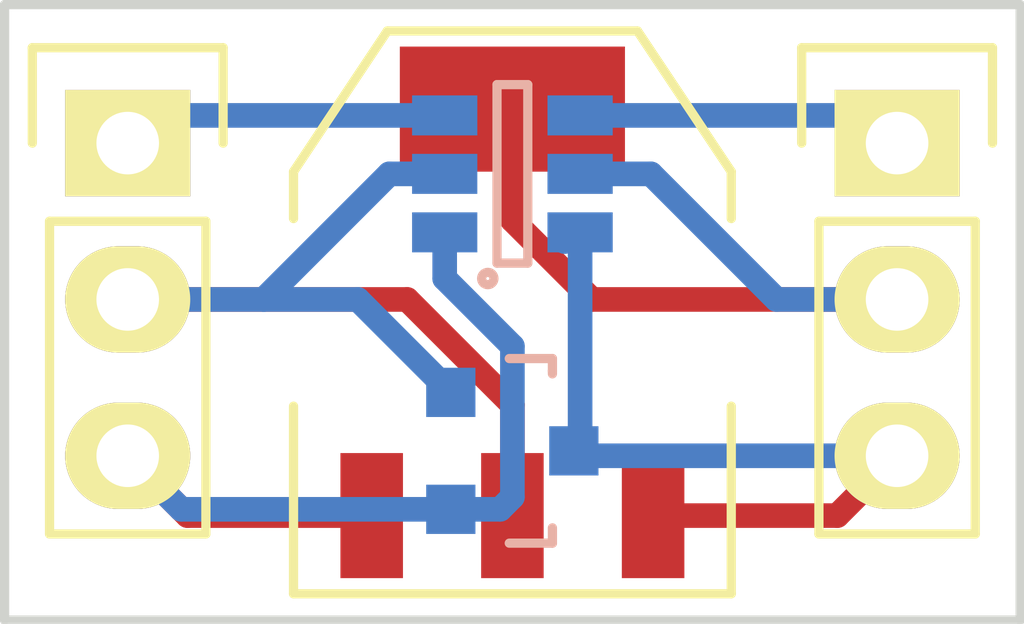
<source format=kicad_pcb>
(kicad_pcb (version 4) (host pcbnew "(2014-jul-16 BZR unknown)-product")

  (general
    (links 0)
    (no_connects 0)
    (area 4.456713 9.721 37.043287 29.529)
    (thickness 1.6)
    (drawings 4)
    (tracks 34)
    (zones 0)
    (modules 5)
    (nets 1)
  )

  (page A4)
  (layers
    (0 F.Cu signal)
    (31 B.Cu signal)
    (32 B.Adhes user)
    (33 F.Adhes user)
    (34 B.Paste user)
    (35 F.Paste user)
    (36 B.SilkS user)
    (37 F.SilkS user)
    (38 B.Mask user)
    (39 F.Mask user)
    (40 Dwgs.User user)
    (41 Cmts.User user)
    (42 Eco1.User user)
    (43 Eco2.User user)
    (44 Edge.Cuts user)
    (45 Margin user)
    (46 B.CrtYd user)
    (47 F.CrtYd user)
    (48 B.Fab user)
    (49 F.Fab user)
  )

  (setup
    (last_trace_width 0.4)
    (user_trace_width 0.2)
    (user_trace_width 0.4)
    (trace_clearance 0.254)
    (zone_clearance 0.508)
    (zone_45_only no)
    (trace_min 0.2)
    (segment_width 0.2)
    (edge_width 0.15)
    (via_size 0.889)
    (via_drill 0.635)
    (via_min_size 0.889)
    (via_min_drill 0.508)
    (uvia_size 0.508)
    (uvia_drill 0.127)
    (uvias_allowed no)
    (uvia_min_size 0.508)
    (uvia_min_drill 0.127)
    (pcb_text_width 0.3)
    (pcb_text_size 1.5 1.5)
    (mod_edge_width 0.15)
    (mod_text_size 1.5 1.5)
    (mod_text_width 0.15)
    (pad_size 1.524 1.524)
    (pad_drill 0.762)
    (pad_to_mask_clearance 0.2)
    (aux_axis_origin 0 0)
    (grid_origin 12.5 13.75)
    (visible_elements FFFCFF7F)
    (pcbplotparams
      (layerselection 0x00030_80000001)
      (usegerberextensions false)
      (excludeedgelayer true)
      (linewidth 0.100000)
      (plotframeref false)
      (viasonmask false)
      (mode 1)
      (useauxorigin false)
      (hpglpennumber 1)
      (hpglpenspeed 20)
      (hpglpendiameter 15)
      (hpglpenoverlay 2)
      (psnegative false)
      (psa4output false)
      (plotreference true)
      (plotvalue true)
      (plotinvisibletext false)
      (padsonsilk false)
      (subtractmaskfromsilk false)
      (outputformat 1)
      (mirror false)
      (drillshape 1)
      (scaleselection 1)
      (outputdirectory ""))
  )

  (net 0 "")

  (net_class Default "This is the default net class."
    (clearance 0.254)
    (trace_width 0.254)
    (via_dia 0.889)
    (via_drill 0.635)
    (uvia_dia 0.508)
    (uvia_drill 0.127)
  )

  (module Housings_SOT-23_SOT-143_TSOT-6:SOT-23-6 (layer B.Cu) (tedit 5518FD5E) (tstamp 5518FBA8)
    (at 20.75 16.5)
    (descr "6-pin SOT-23 package")
    (tags SOT-23-6)
    (attr smd)
    (fp_text reference REF** (at -1 12) (layer B.SilkS) hide
      (effects (font (size 1 1) (thickness 0.15)) (justify mirror))
    )
    (fp_text value SOT-23-6 (at -3 1.5 90) (layer B.Fab)
      (effects (font (size 1 1) (thickness 0.15)) (justify mirror))
    )
    (fp_circle (center -0.4 1.7) (end -0.3 1.7) (layer B.SilkS) (width 0.15))
    (fp_line (start 0.25 1.45) (end -0.25 1.45) (layer B.SilkS) (width 0.15))
    (fp_line (start 0.25 -1.45) (end 0.25 1.45) (layer B.SilkS) (width 0.15))
    (fp_line (start -0.25 -1.45) (end 0.25 -1.45) (layer B.SilkS) (width 0.15))
    (fp_line (start -0.25 1.45) (end -0.25 -1.45) (layer B.SilkS) (width 0.15))
    (pad 1 smd rect (at -1.1 0.95) (size 1.06 0.65) (layers B.Cu B.Paste B.Mask))
    (pad 2 smd rect (at -1.1 0) (size 1.06 0.65) (layers B.Cu B.Paste B.Mask))
    (pad 3 smd rect (at -1.1 -0.95) (size 1.06 0.65) (layers B.Cu B.Paste B.Mask))
    (pad 4 smd rect (at 1.1 -0.95) (size 1.06 0.65) (layers B.Cu B.Paste B.Mask))
    (pad 6 smd rect (at 1.1 0.95) (size 1.06 0.65) (layers B.Cu B.Paste B.Mask))
    (pad 5 smd rect (at 1.1 0) (size 1.06 0.65) (layers B.Cu B.Paste B.Mask))
    (model Housings_SOT-23_SOT-143_TSOT-6.3dshapes/SOT-23-6.wrl
      (at (xyz 0 0 0))
      (scale (xyz 1 1 1))
      (rotate (xyz 0 0 0))
    )
  )

  (module SMD_Packages:SOT-223 (layer F.Cu) (tedit 5518FD50) (tstamp 5518FC77)
    (at 20.75 18.75)
    (descr "module CMS SOT223 4 pins")
    (tags "CMS SOT")
    (attr smd)
    (fp_text reference REF** (at 0 -0.762) (layer F.SilkS) hide
      (effects (font (size 1 1) (thickness 0.15)))
    )
    (fp_text value SOT-223 (at 0 0 180) (layer F.Fab)
      (effects (font (size 1 1) (thickness 0.15)))
    )
    (fp_line (start -3.556 1.524) (end -3.556 4.572) (layer F.SilkS) (width 0.15))
    (fp_line (start -3.556 4.572) (end 3.556 4.572) (layer F.SilkS) (width 0.15))
    (fp_line (start 3.556 4.572) (end 3.556 1.524) (layer F.SilkS) (width 0.15))
    (fp_line (start -3.556 -1.524) (end -3.556 -2.286) (layer F.SilkS) (width 0.15))
    (fp_line (start -3.556 -2.286) (end -2.032 -4.572) (layer F.SilkS) (width 0.15))
    (fp_line (start -2.032 -4.572) (end 2.032 -4.572) (layer F.SilkS) (width 0.15))
    (fp_line (start 2.032 -4.572) (end 3.556 -2.286) (layer F.SilkS) (width 0.15))
    (fp_line (start 3.556 -2.286) (end 3.556 -1.524) (layer F.SilkS) (width 0.15))
    (pad 4 smd rect (at 0 -3.302) (size 3.6576 2.032) (layers F.Cu F.Paste F.Mask))
    (pad 2 smd rect (at 0 3.302) (size 1.016 2.032) (layers F.Cu F.Paste F.Mask))
    (pad 3 smd rect (at 2.286 3.302) (size 1.016 2.032) (layers F.Cu F.Paste F.Mask))
    (pad 1 smd rect (at -2.286 3.302) (size 1.016 2.032) (layers F.Cu F.Paste F.Mask))
    (model SMD_Packages.3dshapes/SOT-223.wrl
      (at (xyz 0 0 0))
      (scale (xyz 0.4 0.4 0.4))
      (rotate (xyz 0 0 0))
    )
  )

  (module Pin_Headers:Pin_Header_Straight_1x03 (layer F.Cu) (tedit 5518FD25) (tstamp 5518FCD0)
    (at 14.5 16)
    (descr "Through hole pin header")
    (tags "pin header")
    (fp_text reference REF** (at 0 -5.1) (layer F.SilkS) hide
      (effects (font (size 1 1) (thickness 0.15)))
    )
    (fp_text value Pin_Header_Straight_1x03 (at 0 -3.1) (layer F.Fab) hide
      (effects (font (size 1 1) (thickness 0.15)))
    )
    (fp_line (start -1.75 -1.75) (end -1.75 6.85) (layer F.CrtYd) (width 0.05))
    (fp_line (start 1.75 -1.75) (end 1.75 6.85) (layer F.CrtYd) (width 0.05))
    (fp_line (start -1.75 -1.75) (end 1.75 -1.75) (layer F.CrtYd) (width 0.05))
    (fp_line (start -1.75 6.85) (end 1.75 6.85) (layer F.CrtYd) (width 0.05))
    (fp_line (start -1.27 1.27) (end -1.27 6.35) (layer F.SilkS) (width 0.15))
    (fp_line (start -1.27 6.35) (end 1.27 6.35) (layer F.SilkS) (width 0.15))
    (fp_line (start 1.27 6.35) (end 1.27 1.27) (layer F.SilkS) (width 0.15))
    (fp_line (start 1.55 -1.55) (end 1.55 0) (layer F.SilkS) (width 0.15))
    (fp_line (start 1.27 1.27) (end -1.27 1.27) (layer F.SilkS) (width 0.15))
    (fp_line (start -1.55 0) (end -1.55 -1.55) (layer F.SilkS) (width 0.15))
    (fp_line (start -1.55 -1.55) (end 1.55 -1.55) (layer F.SilkS) (width 0.15))
    (pad 1 thru_hole rect (at 0 0) (size 2.032 1.7272) (drill 1.016) (layers *.Cu *.Mask F.SilkS))
    (pad 2 thru_hole oval (at 0 2.54) (size 2.032 1.7272) (drill 1.016) (layers *.Cu *.Mask F.SilkS))
    (pad 3 thru_hole oval (at 0 5.08) (size 2.032 1.7272) (drill 1.016) (layers *.Cu *.Mask F.SilkS))
    (model Pin_Headers.3dshapes/Pin_Header_Straight_1x03.wrl
      (at (xyz 0 -0.1 0))
      (scale (xyz 1 1 1))
      (rotate (xyz 0 0 90))
    )
  )

  (module Housings_SOT-23_SOT-143_TSOT-6:SOT-23 (layer B.Cu) (tedit 5518FD5A) (tstamp 5518FD01)
    (at 20.75 21 90)
    (descr "SOT-23, Standard")
    (tags SOT-23)
    (attr smd)
    (fp_text reference REF** (at 0 3.81 90) (layer B.SilkS) hide
      (effects (font (size 1 1) (thickness 0.15)) (justify mirror))
    )
    (fp_text value SOT-23 (at 1.5 3.5 90) (layer B.Fab)
      (effects (font (size 1 1) (thickness 0.15)) (justify mirror))
    )
    (fp_line (start 1.29916 0.65024) (end 1.2509 0.65024) (layer B.SilkS) (width 0.15))
    (fp_line (start -1.49982 -0.0508) (end -1.49982 0.65024) (layer B.SilkS) (width 0.15))
    (fp_line (start -1.49982 0.65024) (end -1.2509 0.65024) (layer B.SilkS) (width 0.15))
    (fp_line (start 1.29916 0.65024) (end 1.49982 0.65024) (layer B.SilkS) (width 0.15))
    (fp_line (start 1.49982 0.65024) (end 1.49982 -0.0508) (layer B.SilkS) (width 0.15))
    (pad 1 smd rect (at -0.95 -1.00076 90) (size 0.8001 0.8001) (layers B.Cu B.Paste B.Mask))
    (pad 2 smd rect (at 0.95 -1.00076 90) (size 0.8001 0.8001) (layers B.Cu B.Paste B.Mask))
    (pad 3 smd rect (at 0 0.99822 90) (size 0.8001 0.8001) (layers B.Cu B.Paste B.Mask))
    (model Housings_SOT-23_SOT-143_TSOT-6.3dshapes/SOT-23.wrl
      (at (xyz 0 0 0))
      (scale (xyz 1 1 1))
      (rotate (xyz 0 0 0))
    )
  )

  (module Pin_Headers:Pin_Header_Straight_1x03 (layer F.Cu) (tedit 5518FD20) (tstamp 5518FD45)
    (at 27 16)
    (descr "Through hole pin header")
    (tags "pin header")
    (fp_text reference REF** (at 0 -5.1) (layer F.SilkS) hide
      (effects (font (size 1 1) (thickness 0.15)))
    )
    (fp_text value Pin_Header_Straight_1x03 (at 0 -3.1) (layer F.Fab) hide
      (effects (font (size 1 1) (thickness 0.15)))
    )
    (fp_line (start -1.75 -1.75) (end -1.75 6.85) (layer F.CrtYd) (width 0.05))
    (fp_line (start 1.75 -1.75) (end 1.75 6.85) (layer F.CrtYd) (width 0.05))
    (fp_line (start -1.75 -1.75) (end 1.75 -1.75) (layer F.CrtYd) (width 0.05))
    (fp_line (start -1.75 6.85) (end 1.75 6.85) (layer F.CrtYd) (width 0.05))
    (fp_line (start -1.27 1.27) (end -1.27 6.35) (layer F.SilkS) (width 0.15))
    (fp_line (start -1.27 6.35) (end 1.27 6.35) (layer F.SilkS) (width 0.15))
    (fp_line (start 1.27 6.35) (end 1.27 1.27) (layer F.SilkS) (width 0.15))
    (fp_line (start 1.55 -1.55) (end 1.55 0) (layer F.SilkS) (width 0.15))
    (fp_line (start 1.27 1.27) (end -1.27 1.27) (layer F.SilkS) (width 0.15))
    (fp_line (start -1.55 0) (end -1.55 -1.55) (layer F.SilkS) (width 0.15))
    (fp_line (start -1.55 -1.55) (end 1.55 -1.55) (layer F.SilkS) (width 0.15))
    (pad 1 thru_hole rect (at 0 0) (size 2.032 1.7272) (drill 1.016) (layers *.Cu *.Mask F.SilkS))
    (pad 2 thru_hole oval (at 0 2.54) (size 2.032 1.7272) (drill 1.016) (layers *.Cu *.Mask F.SilkS))
    (pad 3 thru_hole oval (at 0 5.08) (size 2.032 1.7272) (drill 1.016) (layers *.Cu *.Mask F.SilkS))
    (model Pin_Headers.3dshapes/Pin_Header_Straight_1x03.wrl
      (at (xyz 0 -0.1 0))
      (scale (xyz 1 1 1))
      (rotate (xyz 0 0 90))
    )
  )

  (gr_line (start 12.5 23.75) (end 12.5 13.75) (angle 90) (layer Edge.Cuts) (width 0.15))
  (gr_line (start 29 13.75) (end 29 23.75) (angle 90) (layer Edge.Cuts) (width 0.15))
  (gr_line (start 12.5 23.75) (end 29 23.75) (angle 90) (layer Edge.Cuts) (width 0.15))
  (gr_line (start 29 13.75) (end 12.5 13.75) (angle 90) (layer Edge.Cuts) (width 0.15))

  (segment (start 21.85 15.55) (end 26.55 15.55) (width 0.4) (layer B.Cu) (net 0) (status C00000))
  (segment (start 26.55 15.55) (end 27 16) (width 0.4) (layer B.Cu) (net 0) (tstamp 5518FF2A) (status C00000))
  (segment (start 21.85 16.5) (end 23 16.5) (width 0.4) (layer B.Cu) (net 0) (status 400000))
  (segment (start 25.04 18.54) (end 27 18.54) (width 0.4) (layer B.Cu) (net 0) (tstamp 5518FF26) (status 800000))
  (segment (start 23 16.5) (end 25.04 18.54) (width 0.4) (layer B.Cu) (net 0) (tstamp 5518FF25))
  (segment (start 21.85 17.45) (end 21.85 20.89822) (width 0.4) (layer B.Cu) (net 0) (status C00000))
  (segment (start 21.85 20.89822) (end 21.74822 21) (width 0.4) (layer B.Cu) (net 0) (tstamp 5518FF22) (status C00000))
  (segment (start 20.75 17.25) (end 22.04 18.54) (width 0.4) (layer F.Cu) (net 0) (tstamp 5518FEEF))
  (segment (start 20.75 15.448) (end 20.75 17.25) (width 0.4) (layer F.Cu) (net 0))
  (segment (start 22.04 18.54) (end 27 18.54) (width 0.4) (layer F.Cu) (net 0) (tstamp 5518FEF0))
  (segment (start 19.65 15.55) (end 14.95 15.55) (width 0.4) (layer B.Cu) (net 0))
  (segment (start 14.95 15.55) (end 14.5 16) (width 0.4) (layer B.Cu) (net 0) (tstamp 5518FF19))
  (segment (start 19.65 16.5) (end 18.75 16.5) (width 0.4) (layer B.Cu) (net 0))
  (segment (start 18.75 16.5) (end 16.71 18.54) (width 0.4) (layer B.Cu) (net 0) (tstamp 5518FF14))
  (segment (start 19.65 17.45) (end 19.65 18.2) (width 0.4) (layer B.Cu) (net 0))
  (segment (start 20.75 19.3) (end 20.75 21.75) (width 0.4) (layer B.Cu) (net 0) (tstamp 5518FF04))
  (segment (start 20.75 21.75) (end 20.55 21.95) (width 0.4) (layer B.Cu) (net 0) (tstamp 5518FF05))
  (segment (start 20.55 21.95) (end 19.74924 21.95) (width 0.4) (layer B.Cu) (net 0) (tstamp 5518FF06))
  (segment (start 19.65 18.2) (end 20.75 19.3) (width 0.4) (layer B.Cu) (net 0))
  (segment (start 21.74822 21) (end 21.82822 21.08) (width 0.4) (layer B.Cu) (net 0))
  (segment (start 21.82822 21.08) (end 27 21.08) (width 0.4) (layer B.Cu) (net 0) (tstamp 5518FF01))
  (segment (start 19.74924 20.05) (end 18.23924 18.54) (width 0.4) (layer B.Cu) (net 0))
  (segment (start 18.23924 18.54) (end 16.71 18.54) (width 0.4) (layer B.Cu) (net 0) (tstamp 5518FEFE))
  (segment (start 16.71 18.54) (end 14.5 18.54) (width 0.4) (layer B.Cu) (net 0) (tstamp 5518FF17))
  (segment (start 19.74924 21.95) (end 15.37 21.95) (width 0.4) (layer B.Cu) (net 0))
  (segment (start 15.37 21.95) (end 14.5 21.08) (width 0.4) (layer B.Cu) (net 0) (tstamp 5518FEFB))
  (segment (start 20.75 22.052) (end 20.75 20.25) (width 0.4) (layer F.Cu) (net 0))
  (segment (start 19.04 18.54) (end 14.5 18.54) (width 0.4) (layer F.Cu) (net 0) (tstamp 5518FEEB))
  (segment (start 20.75 20.25) (end 19.04 18.54) (width 0.4) (layer F.Cu) (net 0) (tstamp 5518FEEA))
  (segment (start 23.036 22.052) (end 26.028 22.052) (width 0.4) (layer F.Cu) (net 0))
  (segment (start 26.028 22.052) (end 27 21.08) (width 0.4) (layer F.Cu) (net 0) (tstamp 5518FEE7))
  (segment (start 18.464 22.052) (end 15.472 22.052) (width 0.4) (layer F.Cu) (net 0))
  (segment (start 15.472 22.052) (end 14.5 21.08) (width 0.4) (layer F.Cu) (net 0) (tstamp 5518FEE4))
  (segment (start 21.6 17.45) (end 21.6 17.6) (width 0.4) (layer B.Cu) (net 0))

)

</source>
